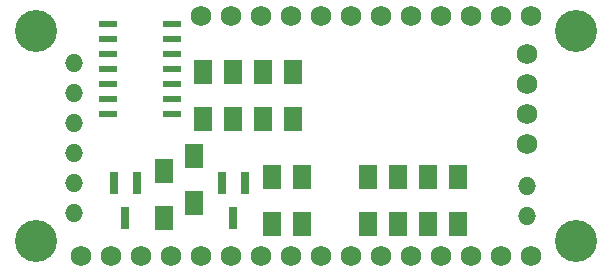
<source format=gbr>
%TF.GenerationSoftware,KiCad,Pcbnew,5.1.9*%
%TF.CreationDate,2021-05-05T23:21:44-05:00*%
%TF.ProjectId,fanfanland,66616e66-616e-46c6-916e-642e6b696361,rev?*%
%TF.SameCoordinates,Original*%
%TF.FileFunction,Soldermask,Top*%
%TF.FilePolarity,Negative*%
%FSLAX46Y46*%
G04 Gerber Fmt 4.6, Leading zero omitted, Abs format (unit mm)*
G04 Created by KiCad (PCBNEW 5.1.9) date 2021-05-05 23:21:44*
%MOMM*%
%LPD*%
G01*
G04 APERTURE LIST*
%ADD10O,1.524000X1.524000*%
%ADD11C,1.748000*%
%ADD12R,1.500000X0.600000*%
%ADD13R,0.800000X1.900000*%
%ADD14R,1.600000X2.000000*%
%ADD15C,3.556000*%
G04 APERTURE END LIST*
D10*
%TO.C,J1*%
X86106000Y-63246000D03*
X86106000Y-65786000D03*
%TD*%
D11*
%TO.C,PS1*%
X86106000Y-59690000D03*
X86106000Y-57150000D03*
X86106000Y-54610000D03*
X86106000Y-52070000D03*
%TD*%
D12*
%TO.C,Q1*%
X56040000Y-49530000D03*
X56040000Y-50800000D03*
X56040000Y-52070000D03*
X56040000Y-53340000D03*
X56040000Y-54610000D03*
X56040000Y-55880000D03*
X56040000Y-57150000D03*
X50640000Y-57150000D03*
X50640000Y-55880000D03*
X50640000Y-54610000D03*
X50640000Y-53340000D03*
X50640000Y-52070000D03*
X50640000Y-50800000D03*
X50640000Y-49530000D03*
%TD*%
D13*
%TO.C,Q3*%
X53020000Y-63016000D03*
X51120000Y-63016000D03*
X52070000Y-66016000D03*
%TD*%
D14*
%TO.C,R1*%
X75184000Y-66516000D03*
X75184000Y-62516000D03*
%TD*%
%TO.C,R2*%
X77724000Y-66516000D03*
X77724000Y-62516000D03*
%TD*%
%TO.C,R3*%
X80264000Y-62516000D03*
X80264000Y-66516000D03*
%TD*%
%TO.C,R4*%
X72644000Y-66516000D03*
X72644000Y-62516000D03*
%TD*%
%TO.C,R5*%
X67056000Y-66516000D03*
X67056000Y-62516000D03*
%TD*%
%TO.C,R6*%
X58674000Y-57626000D03*
X58674000Y-53626000D03*
%TD*%
%TO.C,R7*%
X63754000Y-53626000D03*
X63754000Y-57626000D03*
%TD*%
%TO.C,R8*%
X66294000Y-57626000D03*
X66294000Y-53626000D03*
%TD*%
%TO.C,R9*%
X61214000Y-53626000D03*
X61214000Y-57626000D03*
%TD*%
%TO.C,R10*%
X64516000Y-66516000D03*
X64516000Y-62516000D03*
%TD*%
%TO.C,R11*%
X57912000Y-64706000D03*
X57912000Y-60706000D03*
%TD*%
%TO.C,R12*%
X55372000Y-61976000D03*
X55372000Y-65976000D03*
%TD*%
D15*
%TO.C,U1*%
X90185001Y-67945001D03*
X44465001Y-67945001D03*
X90185001Y-50165001D03*
X44465001Y-50165001D03*
D11*
X58435001Y-48895001D03*
X60975001Y-48895001D03*
X63515001Y-48895001D03*
X66055001Y-48895001D03*
X68595001Y-48895001D03*
X71135001Y-48895001D03*
X73675001Y-48895001D03*
X76215001Y-48895001D03*
X78755001Y-48895001D03*
X81295001Y-48895001D03*
X83835001Y-48895001D03*
X86375001Y-48895001D03*
X86375001Y-69215001D03*
X83835001Y-69215001D03*
X81295001Y-69215001D03*
X78755001Y-69215001D03*
X76215001Y-69215001D03*
X73675001Y-69215001D03*
X71135001Y-69215001D03*
X68595001Y-69215001D03*
X66055001Y-69215001D03*
X63515001Y-69215001D03*
X60975001Y-69215001D03*
X58435001Y-69215001D03*
X55895001Y-69215001D03*
X53355001Y-69215001D03*
X50815001Y-69215001D03*
X48275001Y-69215001D03*
%TD*%
D10*
%TO.C,U2*%
X47752000Y-52832000D03*
X47752000Y-55372000D03*
X47752000Y-57912000D03*
X47752000Y-60452000D03*
X47752000Y-62992000D03*
X47752000Y-65532000D03*
%TD*%
D13*
%TO.C,Q2*%
X61214000Y-66016000D03*
X60264000Y-63016000D03*
X62164000Y-63016000D03*
%TD*%
M02*

</source>
